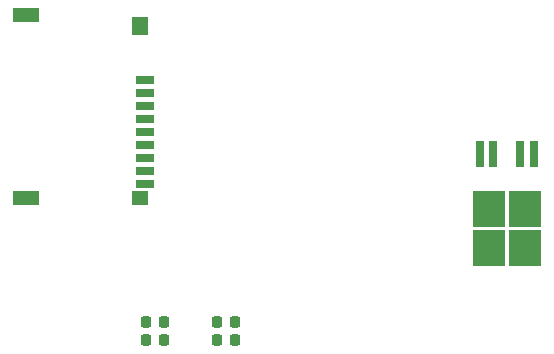
<source format=gbr>
%TF.GenerationSoftware,KiCad,Pcbnew,7.0.7*%
%TF.CreationDate,2023-09-07T10:43:14+02:00*%
%TF.ProjectId,KXKM_ESP32_battery_management_board,4b584b4d-5f45-4535-9033-325f62617474,3.2*%
%TF.SameCoordinates,PX623a7c0PY839b680*%
%TF.FileFunction,Paste,Bot*%
%TF.FilePolarity,Positive*%
%FSLAX46Y46*%
G04 Gerber Fmt 4.6, Leading zero omitted, Abs format (unit mm)*
G04 Created by KiCad (PCBNEW 7.0.7) date 2023-09-07 10:43:14*
%MOMM*%
%LPD*%
G01*
G04 APERTURE LIST*
G04 Aperture macros list*
%AMRoundRect*
0 Rectangle with rounded corners*
0 $1 Rounding radius*
0 $2 $3 $4 $5 $6 $7 $8 $9 X,Y pos of 4 corners*
0 Add a 4 corners polygon primitive as box body*
4,1,4,$2,$3,$4,$5,$6,$7,$8,$9,$2,$3,0*
0 Add four circle primitives for the rounded corners*
1,1,$1+$1,$2,$3*
1,1,$1+$1,$4,$5*
1,1,$1+$1,$6,$7*
1,1,$1+$1,$8,$9*
0 Add four rect primitives between the rounded corners*
20,1,$1+$1,$2,$3,$4,$5,0*
20,1,$1+$1,$4,$5,$6,$7,0*
20,1,$1+$1,$6,$7,$8,$9,0*
20,1,$1+$1,$8,$9,$2,$3,0*%
G04 Aperture macros list end*
%ADD10RoundRect,0.218750X0.218750X0.256250X-0.218750X0.256250X-0.218750X-0.256250X0.218750X-0.256250X0*%
%ADD11RoundRect,0.218750X-0.218750X-0.256250X0.218750X-0.256250X0.218750X0.256250X-0.218750X0.256250X0*%
%ADD12R,1.600000X0.700000*%
%ADD13R,1.400000X1.200000*%
%ADD14R,1.400000X1.600000*%
%ADD15R,2.200000X1.200000*%
%ADD16R,2.750000X3.050000*%
%ADD17R,0.800000X2.200000*%
G04 APERTURE END LIST*
D10*
%TO.C,R13*%
X29787500Y7250000D03*
X28212500Y7250000D03*
%TD*%
D11*
%TO.C,R29*%
X22212500Y7250000D03*
X23787500Y7250000D03*
%TD*%
D10*
%TO.C,R30*%
X23787500Y8750000D03*
X22212500Y8750000D03*
%TD*%
D11*
%TO.C,R14*%
X28212500Y8750000D03*
X29787500Y8750000D03*
%TD*%
D12*
%TO.C,J4*%
X22197000Y29252000D03*
X22197000Y28152000D03*
X22197000Y27052000D03*
X22197000Y25952000D03*
X22197000Y24852000D03*
X22197000Y23752000D03*
X22197000Y22652000D03*
X22197000Y21552000D03*
X22197000Y20452000D03*
D13*
X21697000Y19252000D03*
D14*
X21697000Y33852000D03*
D15*
X12097000Y34752000D03*
X12097000Y19252000D03*
%TD*%
D16*
%TO.C,U4*%
X54302200Y18366000D03*
X51252200Y18366000D03*
X54302200Y15016000D03*
X51252200Y15016000D03*
D17*
X50497200Y22991000D03*
X51637200Y22991000D03*
X53917200Y22991000D03*
X55057200Y22991000D03*
%TD*%
M02*

</source>
